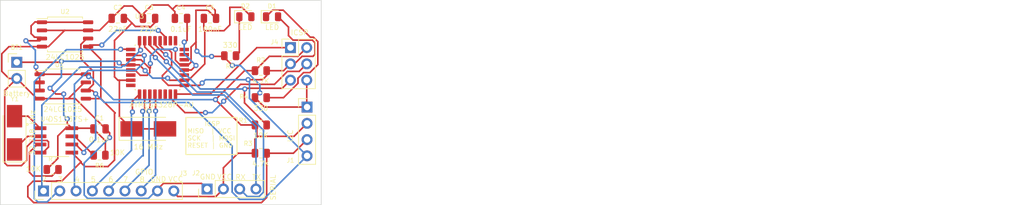
<source format=kicad_pcb>
(kicad_pcb (version 20221018) (generator pcbnew)
  (title_block (title "${project_name}") (date "2023-08-21") (rev "1") (comment 1 "2 Layer PCB Version"))
  (layers (0 "F.Cu" mixed) (31 "B.Cu" mixed) (34 "B.Paste" user) (35 "F.Paste" user) (36 "B.SilkS" user "B.Silkscreen") (37 "F.SilkS" user "F.Silkscreen") (38 "B.Mask" user) (39 "F.Mask" user) (44 "Edge.Cuts" user))
  (property "project_name" "MCU Datalogger with memory and clock")
  (net 0 "")
  (net 1 "/VCC")
  (net 2 "GND")
  (net 3 "Net-(U3-PB6)")
  (net 4 "Net-(U3-AREF)")
  (net 5 "Net-(D1-K)")
  (net 6 "/SCK")
  (net 7 "Net-(D2-K)")
  (net 8 "/Vcc")
  (net 9 "/SDA")
  (net 10 "/RX")
  (net 11 "/TX")
  (net 12 "/D2")
  (net 13 "/D3")
  (net 14 "/D4")
  (net 15 "/D5")
  (net 16 "/D6")
  (net 17 "/D7")
  (net 18 "/D8")
  (net 19 "/MISO")
  (net 20 "/MOSI")
  (net 21 "/RESET")
  (net 22 "Net-(U4-SQW{slash}~INT)")
  (net 23 "Net-(U4-~{INTA})")
  (net 34 "Net-(U4-X1)")
  (net 35 "Net-(U4-X2)")
  (footprint "Resistor_SMD:R_0805_2012Metric" (layer "F.Cu") (at 80.3675 67.564)
    (fp_text reference "R2")
    (fp_text value "4.7K")
  )
  (footprint "Capacitor_SMD:C_0805_2012Metric" (layer "F.Cu") (at 67.9196 59.3852)
    (fp_text reference "C4")
    (fp_text value "0.1uF")
  )
  (footprint "Capacitor_SMD:C_0805_2012Metric" (layer "F.Cu") (at 62.9412 59.3852)
    (fp_text reference "C3")
    (fp_text value "22pF")
  )
  (footprint "MountingHole:MountingHole_2.1mm" (layer "F.Cu") (at 42.2148 59.0296)
    (fp_text reference "H3" hide)
    (fp_text value "MountingHole" hide)
  )
  (footprint "MountingHole:MountingHole_2.1mm" (layer "F.Cu") (at 87.3252 86.0044)
    (fp_text reference "H1" hide)
    (fp_text value "MountingHole" hide)
  )
  (footprint "Package_SO:SOIC-8_5.23x5.23mm_P1.27mm" (layer "F.Cu") (at 49.486 70.0278)
    (fp_text reference "U1")
    (fp_text value "24LC1025")
  )
  (footprint "Connector_PinHeader_2.54mm:PinHeader_1x09_P2.54mm_Vertical" (layer "F.Cu") (at 46.482 86.36 90)
    (fp_text reference "J3")
    (fp_text value "Conn_01x09_Pin" hide)
  )
  (footprint "Resistor_SMD:R_0805_2012Metric" (layer "F.Cu") (at 47.9063 83.0072)
    (fp_text reference "R7")
    (fp_text value "10K")
  )
  (footprint "Connector_PinHeader_2.54mm:PinHeader_1x02_P2.54mm_Vertical" (layer "F.Cu") (at 42.3164 66.2432)
    (fp_text reference "BT1")
    (fp_text value "Battery")
  )
  (footprint "Resistor_SMD:R_0805_2012Metric" (layer "F.Cu") (at 80.3675 71.7804)
    (fp_text reference "R4")
    (fp_text value "330")
  )
  (footprint "Crystal:Crystal_SMD_5032-2Pin_5.0x3.2mm_HandSoldering" (layer "F.Cu") (at 41.9608 77.276 90)
    (fp_text reference "Y1")
    (fp_text value "32.768 KHz")
  )
  (footprint "LED_SMD:LED_0805_2012Metric" (layer "F.Cu") (at 77.9549 59.1312)
    (fp_text reference "D2")
    (fp_text value "LED")
  )
  (footprint "MountingHole:MountingHole_2.1mm" (layer "F.Cu") (at 87.3252 59.1312)
    (fp_text reference "H2" hide)
    (fp_text value "MountingHole" hide)
  )
  (footprint "Resistor_SMD:R_0805_2012Metric" (layer "F.Cu") (at 55.2177 80.772 180)
    (fp_text reference "R6")
    (fp_text value "10K")
  )
  (footprint "Resistor_SMD:R_0805_2012Metric" (layer "F.Cu") (at 75.5885 65.2272 180)
    (fp_text reference "R5")
    (fp_text value "330")
  )
  (footprint "Capacitor_SMD:C_0805_2012Metric" (layer "F.Cu") (at 58.0644 59.3852)
    (fp_text reference "C2")
    (fp_text value "22pF")
  )
  (footprint "Resistor_SMD:R_0805_2012Metric" (layer "F.Cu") (at 80.3675 80.4672)
    (fp_text reference "R3")
    (fp_text value "4.7K")
  )
  (footprint "Capacitor_SMD:C_0805_2012Metric" (layer "F.Cu") (at 72.4408 59.3852)
    (fp_text reference "C5")
    (fp_text value "100nF")
  )
  (footprint "Datalogger Clock Footprints:QFP80P900X900X120-32N" (layer "F.Cu") (at 64.262 67.056)
    (fp_text reference "U3")
    (fp_text value "ATMEGA328P-AU")
  )
  (footprint "Package_SO:SOIC-8_5.23x5.23mm_P1.27mm" (layer "F.Cu") (at 49.8416 61.8998)
    (fp_text reference "U2")
    (fp_text value "24LC1025")
  )
  (footprint "Connector_PinHeader_2.54mm:PinHeader_2x03_P2.54mm_Vertical" (layer "F.Cu") (at 84.9884 63.9572)
    (fp_text reference "J4")
    (fp_text value "Conn_02x03_Odd_Even" hide)
  )
  (footprint "Capacitor_SMD:C_0805_2012Metric" (layer "F.Cu") (at 55.2177 76.6572)
    (fp_text reference "C1")
    (fp_text value "0.1uF")
  )
  (footprint "Datalogger Clock Footprints:SOIC127P600X175-8N" (layer "F.Cu") (at 48.4266 78.4606)
    (fp_text reference "U4")
    (fp_text value "DS1337S+")
  )
  (footprint "LED_SMD:LED_0805_2012Metric" (layer "F.Cu") (at 82.1205 59.1312)
    (fp_text reference "D1")
    (fp_text value "LED")
  )
  (footprint "MountingHole:MountingHole_2.1mm" (layer "F.Cu") (at 42.2148 86.0552)
    (fp_text reference "H4" hide)
    (fp_text value "MountingHole" hide)
  )
  (footprint "Connector_PinHeader_2.54mm:PinHeader_1x04_P2.54mm_Vertical" (layer "F.Cu") (at 71.9936 86.0552 90)
    (fp_text reference "J2")
    (fp_text value "Conn_01x04_Pin" hide)
  )
  (footprint "Crystal:Crystal_SMD_5032-2Pin_5.0x3.2mm_HandSoldering" (layer "F.Cu") (at 62.8304 76.6572)
    (fp_text reference "Y2")
    (fp_text value "16 MHz")
  )
  (footprint "Resistor_SMD:R_0805_2012Metric" (layer "F.Cu") (at 80.3675 76.0476)
    (fp_text reference "R1")
    (fp_text value "10K")
  )
  (footprint "Connector_PinHeader_2.54mm:PinHeader_1x04_P2.54mm_Vertical" (layer "F.Cu") (at 87.5792 73.2536)
    (fp_text reference "J1")
    (fp_text value "Conn_01x04_Pin" hide)
  )
  (gr_rect (start 68.6816 74.8792) (end 76.6572 80.6704) (stroke (width 0.15)) (fill none) (layer "F.SilkS"))
  (gr_rect (start 39.751 56.5658) (end 89.789 88.519) (stroke (width 0.1)) (fill none) (layer "Edge.Cuts"))
  (gr_text "TX" (at 78.9432 84.6836) (layer "F.SilkS") (effects (font (size 0.8 0.8) (thickness 0.1)) (justify left bottom)))
  (gr_text "GPIO" (at 60.706 83.8708) (layer "F.SilkS") (effects (font (size 0.8 0.8) (thickness 0.1)) (justify left bottom)))
  (gr_text "6" (at 56.5404 85.0392) (layer "F.SilkS") (effects (font (size 0.8 0.8) (thickness 0.1)) (justify left bottom)))
  (gr_text "GND" (at 70.8152 84.6328) (layer "F.SilkS") (effects (font (size 0.8 0.8) (thickness 0.1)) (justify left bottom)))
  (gr_text "     ICSP\nMISO  | VCC\nSCK   | MOSI\nRESET | GND" (at 68.8848 79.6544) (layer "F.SilkS") (effects (font (size 0.7 0.7) (thickness 0.1)) (justify left bottom)))
  (gr_text "ICSP" (at 84.9884 62.0776) (layer "F.SilkS") (effects (font (size 0.8 0.8) (thickness 0.1)) (justify left bottom)))
  (gr_text "5" (at 53.7972 85.0392) (layer "F.SilkS") (effects (font (size 0.8 0.8) (thickness 0.1)) (justify left bottom)))
  (gr_text "8" (at 61.4172 85.0392) (layer "F.SilkS") (effects (font (size 0.8 0.8) (thickness 0.1)) (justify left bottom)))
  (gr_text "GND" (at 63.0936 84.9884) (layer "F.SilkS") (effects (font (size 0.8 0.8) (thickness 0.1)) (justify left bottom)))
  (gr_text "7" (at 58.8264 85.0392) (layer "F.SilkS") (effects (font (size 0.8 0.8) (thickness 0.1)) (justify left bottom)))
  (gr_text "3" (at 48.6664 85.0392) (layer "F.SilkS") (effects (font (size 0.8 0.8) (thickness 0.1)) (justify left bottom)))
  (gr_text "RX" (at 76.3524 84.6836) (layer "F.SilkS") (effects (font (size 0.8 0.8) (thickness 0.1)) (justify left bottom)))
  (gr_text "SERIAL" (at 82.7532 87.884 90) (layer "F.SilkS") (effects (font (size 0.8 0.8) (thickness 0.1)) (justify left bottom)))
  (gr_text "4" (at 51.308 85.0392) (layer "F.SilkS") (effects (font (size 0.8 0.8) (thickness 0.1)) (justify left bottom)))
  (gr_text "2" (at 46.1264 85.0392) (layer "F.SilkS") (effects (font (size 0.8 0.8) (thickness 0.1)) (justify left bottom)))
  (gr_text "VCC" (at 65.8876 84.9884) (layer "F.SilkS") (effects (font (size 0.8 0.8) (thickness 0.1)) (justify left bottom)))
  (gr_text "VCC" (at 73.5076 84.6328) (layer "F.SilkS") (effects (font (size 0.8 0.8) (thickness 0.1)) (justify left bottom)))
  (gr_text "I2C" (at 85.4456 78.7908 90) (layer "F.SilkS") (effects (font (size 0.8 0.8) (thickness 0.1)) (justify left bottom)))
  (segment (start 48.3991 71.2083) (end 49.6316 71.2083) (width 0.25) (layer "F.Cu") (net 1))
  (segment (start 50.9016 76.5556) (end 54.1661 76.5556) (width 0.25) (layer "F.Cu") (net 1))
  (segment (start 68.432 69.056) (end 66.168998 69.056) (width 0.25) (layer "F.Cu") (net 1))
  (segment (start 71.628 66.507067) (end 69.079067 69.056) (width 0.25) (layer "F.Cu") (net 1))
  (segment (start 46.9938 83.0072) (end 48.7172 81.2838) (width 0.25) (layer "F.Cu") (net 1))
  (segment (start 78.8924 59.1312) (end 77.4192 57.658) (width 0.25) (layer "F.Cu") (net 1))
  (segment (start 74.6252 61.3156) (end 71.628 61.3156) (width 0.25) (layer "F.Cu") (net 1))
  (segment (start 48.7172 77.7748) (end 49.9364 76.5556) (width 0.25) (layer "F.Cu") (net 1))
  (segment (start 75.5396 57.658) (end 75.5396 60.4012) (width 0.25) (layer "F.Cu") (net 1))
  (segment (start 50.1904 75.0824) (end 50.1904 75.8444) (width 0.25) (layer "F.Cu") (net 1))
  (segment (start 62.3316 67.564) (end 61.4236 66.656) (width 0.25) (layer "F.Cu") (net 1))
  (segment (start 54.1661 76.5556) (end 54.2677 76.6572) (width 0.25) (layer "F.Cu") (net 1))
  (segment (start 49.1236 66.2432) (end 49.276 66.0908) (width 0.25) (layer "F.Cu") (net 1))
  (segment (start 49.9364 76.5556) (end 50.9016 76.5556) (width 0.25) (layer "F.Cu") (net 1))
  (segment (start 71.4756 61.1632) (end 71.4756 59.4004) (width 0.25) (layer "F.Cu") (net 1))
  (segment (start 61.4236 66.656) (end 60.092 66.656) (width 0.25) (layer "F.Cu") (net 1))
  (segment (start 71.4756 59.4004) (end 71.4908 59.3852) (width 0.25) (layer "F.Cu") (net 1))
  (segment (start 69.079067 69.056) (end 68.432 69.056) (width 0.25) (layer "F.Cu") (net 1))
  (segment (start 58.5921 66.656) (end 60.092 66.656) (width 0.25) (layer "F.Cu") (net 1))
  (segment (start 48.7172 81.2838) (end 48.7172 77.7748) (width 0.25) (layer "F.Cu") (net 1))
  (segment (start 42.3164 66.2432) (end 49.1236 66.2432) (width 0.25) (layer "F.Cu") (net 1))
  (segment (start 66.168998 69.056) (end 65.841099 68.728101) (width 0.25) (layer "F.Cu") (net 1))
  (segment (start 71.628 61.3156) (end 71.4756 61.1632) (width 0.25) (layer "F.Cu") (net 1))
  (segment (start 47.498 70.3072) (end 48.3991 71.2083) (width 0.25) (layer "F.Cu") (net 1))
  (segment (start 77.4192 57.658) (end 75.5396 57.658) (width 0.25) (layer "F.Cu") (net 1))
  (segment (start 75.5396 60.4012) (end 74.6252 61.3156) (width 0.25) (layer "F.Cu") (net 1))
  (segment (start 54.2677 76.6572) (end 56.1302 78.5197) (width 0.25) (layer "F.Cu") (net 1))
  (segment (start 58.2809 66.3448) (end 58.5921 66.656) (width 0.25) (layer "F.Cu") (net 1))
  (segment (start 50.1904 75.8444) (end 50.9016 76.5556) (width 0.25) (layer "F.Cu") (net 1))
  (segment (start 56.1302 78.5197) (end 56.1302 80.772) (width 0.25) (layer "F.Cu") (net 1))
  (segment (start 71.628 61.3156) (end 71.628 66.507067) (width 0.25) (layer "F.Cu") (net 1))
  (via (at 49.6316 71.2083) (size 0.8) (drill 0.4) (layers "F.Cu" "B.Cu") (net 1))
  (via (at 49.276 66.0908) (size 0.8) (drill 0.4) (layers "F.Cu" "B.Cu") (net 1))
  (via (at 62.3316 67.564) (size 0.8) (drill 0.4) (layers "F.Cu" "B.Cu") (net 1))
  (via (at 47.498 70.3072) (size 0.8) (drill 0.4) (layers "F.Cu" "B.Cu") (net 1))
  (via (at 58.2809 66.3448) (size 0.8) (drill 0.4) (layers "F.Cu" "B.Cu") (net 1))
  (via (at 50.1904 75.0824) (size 0.8) (drill 0.4) (layers "F.Cu" "B.Cu") (net 1))
  (via (at 65.841099 68.728101) (size 0.8) (drill 0.4) (layers "F.Cu" "B.Cu") (net 1))
  (segment (start 65.841099 68.728101) (end 63.495701 68.728101) (width 0.25) (layer "B.Cu") (net 1))
  (segment (start 63.495701 68.728101) (end 62.3316 67.564) (width 0.25) (layer "B.Cu") (net 1))
  (segment (start 50.1904 75.0824) (end 49.6316 74.5236) (width 0.25) (layer "B.Cu") (net 1))
  (segment (start 49.276 66.0908) (end 58.0269 66.0908) (width 0.25) (layer "B.Cu") (net 1))
  (segment (start 58.0269 66.0908) (end 58.2809 66.3448) (width 0.25) (layer "B.Cu") (net 1))
  (segment (start 49.6316 74.5236) (end 49.6316 71.2083) (width 0.25) (layer "B.Cu") (net 1))
  (segment (start 49.276 66.0908) (end 49.276 68.5292) (width 0.25) (layer "B.Cu") (net 1))
  (segment (start 49.276 68.5292) (end 47.498 70.3072) (width 0.25) (layer "B.Cu") (net 1))
  (segment (start 40.4358 70.6638) (end 42.3164 68.7832) (width 0.25) (layer "F.Cu") (net 2))
  (segment (start 72.6948 65.3288) (end 74.5744 65.3288) (width 0.25) (layer "F.Cu") (net 2))
  (segment (start 66.5988 57.9628) (end 66.9696 58.3336) (width 0.25) (layer "F.Cu") (net 2))
  (segment (start 67.056 65.927067) (end 67.056 64.2205) (width 0.25) (layer "F.Cu") (net 2))
  (segment (start 43.8476 79.484174) (end 43.8476 81.5892) (width 0.25) (layer "F.Cu") (net 2))
  (segment (start 72.1208 58.1152) (end 70.2564 58.1152) (width 0.25) (layer "F.Cu") (net 2))
  (segment (start 87.5792 73.2536) (end 80.9282 73.2536) (width 0.25) (layer "F.Cu") (net 2))
  (segment (start 80.222246 71.0317) (end 80.2037 71.0317) (width 0.25) (layer "F.Cu") (net 2))
  (segment (start 59.0448 57.4548) (end 60.3504 57.4548) (width 0.25) (layer "F.Cu") (net 2))
  (segment (start 47.244 63.8048) (end 46.2416 63.8048) (width 0.25) (layer "F.Cu") (net 2))
  (segment (start 60.092 67.456) (end 60.739067 67.456) (width 0.25) (layer "F.Cu") (net 2))
  (segment (start 63.1444 67.1344) (end 63.0566 67.2222) (width 0.25) (layer "F.Cu") (net 2))
  (segment (start 55.2348 61.2648) (end 53.4416 61.2648) (width 0.25) (layer "F.Cu") (net 2))
  (segment (start 41.0972 63.8048) (end 46.2416 63.8048) (width 0.25) (layer "F.Cu") (net 2))
  (segment (start 49.784 61.2648) (end 46.2416 61.2648) (width 0.25) (layer "F.Cu") (net 2))
  (segment (start 74.676 65.4812) (end 75.941701 66.746901) (width 0.25) (layer "F.Cu") (net 2))
  (segment (start 63.0566 67.864305) (end 63.0566 67.2222) (width 0.25) (layer "F.Cu") (net 2))
  (segment (start 39.9796 64.9224) (end 41.0972 63.8048) (width 0.25) (layer "F.Cu") (net 2))
  (segment (start 65.9384 57.3024) (end 66.5988 57.9628) (width 0.25) (layer "F.Cu") (net 2))
  (segment (start 47.2616 78.690174) (end 47.047026 78.4756) (width 0.25) (layer "F.Cu") (net 2))
  (segment (start 80.2037 71.0317) (end 79.455 71.7804) (width 0.25) (layer "F.Cu") (net 2))
  (segment (start 67.1576 57.404) (end 72.5424 57.404) (width 0.25) (layer "F.Cu") (net 2))
  (segment (start 42.3164 68.7832) (end 41.0972 68.7832) (width 0.25) (layer "F.Cu") (net 2))
  (segment (start 50.1396 71.9328) (end 50.344249 71.9328) (width 0.25) (layer "F.Cu") (net 2))
  (segment (start 43.0392 82.3976) (end 40.8432 82.3976) (width 0.25) (layer "F.Cu") (net 2))
  (segment (start 73.3908 59.3852) (end 72.1208 58.1152) (width 0.25) (layer "F.Cu") (net 2))
  (segment (start 69.492 63.868933) (end 69.492 66.243067) (width 0.25) (layer "F.Cu") (net 2))
  (segment (start 56.1677 76.6572) (end 51.4433 71.9328) (width 0.25) (layer "F.Cu") (net 2))
  (segment (start 51.4433 71.9328) (end 50.1396 71.9328) (width 0.25) (layer "F.Cu") (net 2))
  (segment (start 68.432 66.656) (end 67.784933 66.656) (width 0.25) (layer "F.Cu") (net 2))
  (segment (start 61.9912 59.0956) (end 61.9912 59.3852) (width 0.25) (layer "F.Cu") (net 2))
  (segment (start 47.047026 78.4756) (end 44.856174 78.4756) (width 0.25) (layer "F.Cu") (net 2))
  (segment (start 70.2564 63.104533) (end 69.492 63.868933) (width 0.25) (layer "F.Cu") (net 2))
  (segment (start 45.9516 80.3656) (end 46.397026 80.3656) (width 0.25) (layer "F.Cu") (net 2))
  (segment (start 71.1234 85.185) (end 71.9936 86.0552) (width 0.25) (layer "F.Cu") (net 2))
  (segment (start 60.3504 57.4548) (end 61.9912 59.0956) (width 0.25) (layer "F.Cu") (net 2))
  (segment (start 52.884249 69.3928) (end 53.086 69.3928) (width 0.25) (layer "F.Cu") (net 2))
  (segment (start 72.5424 57.404) (end 73.2536 58.1152) (width 0.25) (layer "F.Cu") (net 2))
  (segment (start 66.9696 58.3336) (end 66.9696 59.3852) (width 0.25) (layer "F.Cu") (net 2))
  (segment (start 69.492 66.243067) (end 69.079067 66.656) (width 0.25) (layer "F.Cu") (net 2))
  (segment (start 49.784 61.2648) (end 47.244 63.8048) (width 0.25) (layer "F.Cu") (net 2))
  (segment (start 74.676 65.2272) (end 74.676 65.4812) (width 0.25) (layer "F.Cu") (net 2))
  (segment (start 41.0972 68.7832) (end 39.9796 67.6656) (width 0.25) (layer "F.Cu") (net 2))
  (segment (start 57.1144 59.3852) (end 55.2348 61.2648) (width 0.25) (layer "F.Cu") (net 2))
  (segment (start 43.8476 81.5892) (end 43.0392 82.3976) (width 0.25) (layer "F.Cu") (net 2))
  (segment (start 39.9796 67.6656) (end 39.9796 64.9224) (width 0.25) (layer "F.Cu") (net 2))
  (segment (start 69.079067 66.656) (end 68.432 66.656) (width 0.25) (layer "F.Cu") (net 2))
  (segment (start 61.9912 59.3852) (end 61.9912 58.7096) (width 0.25) (layer "F.Cu") (net 2))
  (segment (start 50.344249 71.9328) (end 52.884249 69.3928) (width 0.25) (layer "F.Cu") (net 2))
  (segment (start 61.6904 65.856) (end 60.092 65.856) (width 0.25) (layer "F.Cu") (net 2))
  (segment (start 63.3984 57.3024) (end 65.9384 57.3024) (width 0.25) (layer "F.Cu") (net 2))
  (segment (start 56.7944 78.0288) (end 56.7944 77.2839) (width 0.25) (layer "F.Cu") (net 2))
  (segment (start 63.1444 66.4464) (end 63.1444 67.1344) (width 0.25) (layer "F.Cu") (net 2))
  (segment (start 44.856174 78.4756) (end 43.8476 79.484174) (width 0.25) (layer "F.Cu") (net 2))
  (segment (start 87.5284 69.0372) (end 87.5284 73.2028) (width 0.25) (layer "F.Cu") (net 2))
  (segment (start 67.784933 66.656) (end 67.056 65.927067) (width 0.25) (layer "F.Cu") (net 2))
  (segment (start 62.631905 68.289) (end 63.0566 67.864305) (width 0.25) (layer "F.Cu") (net 2))
  (segment (start 66.5988 57.9628) (end 67.1576 57.404) (width 0.25) (layer "F.Cu") (net 2))
  (segment (start 40.4358 81.9902) (end 40.4358 70.6638) (width 0.25) (layer "F.Cu") (net 2))
  (segment (start 73.2536 59.248) (end 73.3908 59.3852) (width 0.25) (layer "F.Cu") (net 2))
  (segment (start 61.9912 58.7096) (end 63.3984 57.3024) (width 0.25) (layer "F.Cu") (net 2))
  (segment (start 87.5284 73.2028) (end 87.5792 73.2536) (width 0.25) (layer "F.Cu") (net 2))
  (segment (start 70.2564 64.3636) (end 70.4088 64.516) (width 0.25) (layer "F.Cu") (net 2))
  (segment (start 60.739067 67.456) (end 61.572067 68.289) (width 0.25) (layer "F.Cu") (net 2))
  (segment (start 56.7944 77.2839) (end 56.1677 76.6572) (width 0.25) (layer "F.Cu") (net 2))
  (segment (start 74.5744 65.3288) (end 74.676 65.2272) (width 0.25) (layer "F.Cu") (net 2))
  (segment (start 40.8432 82.3976) (end 40.4358 81.9902) (width 0.25) (layer "F.Cu") (net 2))
  (segment (start 73.2536 58.1152) (end 73.2536 59.248) (width 0.25) (layer "F.Cu") (net 2))
  (segment (start 53.4416 61.2648) (end 49.784 61.2648) (width 0.25) (layer "F.Cu") (net 2))
  (segment (start 80.9282 73.2536) (end 79.455 71.7804) (width 0.25) (layer "F.Cu") (net 2))
  (segment (start 47.2616 79.501026) (end 47.2616 78.690174) (width 0.25) (layer "F.Cu") (net 2))
  (segment (start 57.1144 59.3852) (end 59.0448 57.4548) (width 0.25) (layer "F.Cu") (net 2))
  (segment (start 45.466 71.9328) (end 45.886 71.9328) (width 0.25) (layer "F.Cu") (net 2))
  (segment (start 61.572067 68.289) (end 62.631905 68.289) (width 0.25) (layer "F.Cu") (net 2))
  (segment (start 64.008 86.36) (end 65.183 85.185) (width 0.25) (layer "F.Cu") (net 2))
  (segment (start 65.183 85.185) (end 71.1234 85.185) (width 0.25) (layer "F.Cu") (net 2))
  (segment (start 70.2564 58.1152) (end 70.2564 63.104533) (width 0.25) (layer "F.Cu") (net 2))
  (segment (start 46.397026 80.3656) (end 47.2616 79.501026) (width 0.25) (layer "F.Cu") (net 2))
  (segment (start 45.886 71.9328) (end 50.1396 71.9328) (width 0.25) (layer "F.Cu") (net 2))
  (segment (start 42.3164 68.7832) (end 45.466 71.9328) (width 0.25) (layer "F.Cu") (net 2))
  (segment (start 63.0566 67.2222) (end 61.6904 65.856) (width 0.25) (layer "F.Cu") (net 2))
  (segment (start 70.2564 63.104533) (end 70.2564 64.3636) (width 0.25) (layer "F.Cu") (net 2))
  (via (at 70.4088 64.516) (size 0.8) (drill 0.4) (layers "F.Cu" "B.Cu") (net 2))
  (via (at 75.941701 66.746901) (size 0.8) (drill 0.4) (layers "F.Cu" "B.Cu") (net 2))
  (via (at 72.6948 65.3288) (size 0.8) (drill 0.4) (layers "F.Cu" "B.Cu") (net 2))
  (via (at 63.1444 66.4464) (size 0.8) (drill 0.4) (layers "F.Cu" "B.Cu") (net 2))
  (via (at 80.222246 71.0317) (size 0.8) (drill 0.4) (layers "F.Cu" "B.Cu") (net 2))
  (via (at 56.7944 78.0288) (size 0.8) (drill 0.4) (layers "F.Cu" "B.Cu") (net 2))
  (via (at 67.056 64.2205) (size 0.8) (drill 0.4) (layers "F.Cu" "B.Cu") (net 2))
  (segment (start 52.832 81.9912) (end 56.7944 78.0288) (width 0.25) (layer "B.Cu") (net 2))
  (segment (start 71.2216 65.3288) (end 72.6948 65.3288) (width 0.25) (layer "B.Cu") (net 2))
  (segment (start 64.008 86.36) (end 62.833 87.535) (width 0.25) (layer "B.Cu") (net 2))
  (segment (start 64.192595 64.2205) (end 63.1444 65.268695) (width 0.25) (layer "B.Cu") (net 2))
  (segment (start 70.4088 64.516) (end 71.2216 65.3288) (width 0.25) (layer "B.Cu") (net 2))
  (segment (start 53.361299 87.535) (end 52.832 87.005701) (width 0.25) (layer "B.Cu") (net 2))
  (segment (start 63.1444 65.268695) (end 63.1444 66.4464) (width 0.25) (layer "B.Cu") (net 2))
  (segment (start 62.833 87.535) (end 53.361299 87.535) (width 0.25) (layer "B.Cu") (net 2))
  (segment (start 75.941701 66.746901) (end 77.183506 66.746901) (width 0.25) (layer "B.Cu") (net 2))
  (segment (start 80.222246 69.785641) (end 80.222246 71.0317) (width 0.25) (layer "B.Cu") (net 2))
  (segment (start 52.832 87.005701) (end 52.832 81.9912) (width 0.25) (layer "B.Cu") (net 2))
  (segment (start 77.183506 66.746901) (end 80.222246 69.785641) (width 0.25) (layer "B.Cu") (net 2))
  (segment (start 67.056 64.2205) (end 64.192595 64.2205) (width 0.25) (layer "B.Cu") (net 2))
  (segment (start 57.5564 68.5292) (end 58.0832 69.056) (width 0.25) (layer "F.Cu") (net 3))
  (segment (start 62.9412 60.6552) (end 63.0936 60.8076) (width 0.25) (layer "F.Cu") (net 3))
  (segment (start 59.0144 59.3852) (end 59.5376 59.3852) (width 0.25) (layer "F.Cu") (net 3))
  (segment (start 60.2742 60.1218) (end 57.5564 62.8396) (width 0.25) (layer "F.Cu") (net 3))
  (segment (start 60.8076 60.6552) (end 62.9412 60.6552) (width 0.25) (layer "F.Cu") (net 3))
  (segment (start 60.2742 60.1218) (end 60.8076 60.6552) (width 0.25) (layer "F.Cu") (net 3))
  (segment (start 57.5564 62.8396) (end 57.5564 68.5292) (width 0.25) (layer "F.Cu") (net 3))
  (segment (start 58.3184 74.7452) (end 60.2304 76.6572) (width 0.25) (layer "F.Cu") (net 3))
  (segment (start 58.3184 69.056) (end 58.3184 74.7452) (width 0.25) (layer "F.Cu") (net 3))
  (segment (start 63.0936 60.8076) (end 63.8912 60.01) (width 0.25) (layer "F.Cu") (net 3))
  (segment (start 58.0832 69.056) (end 58.3184 69.056) (width 0.25) (layer "F.Cu") (net 3))
  (segment (start 60.2304 76.6572) (end 65.4304 76.6572) (width 0.25) (layer "F.Cu") (net 3))
  (segment (start 63.8912 60.01) (end 63.8912 59.3852) (width 0.25) (layer "F.Cu") (net 3))
  (segment (start 59.5376 59.3852) (end 60.2742 60.1218) (width 0.25) (layer "F.Cu") (net 3))
  (segment (start 58.3184 69.056) (end 60.092 69.056) (width 0.25) (layer "F.Cu") (net 3))
  (segment (start 68.58 63.0936) (end 68.4276 63.0936) (width 0.25) (layer "F.Cu") (net 4))
  (segment (start 68.8696 59.3852) (end 68.8696 62.804) (width 0.25) (layer "F.Cu") (net 4))
  (segment (start 70.2564 66.7512) (end 69.5516 67.456) (width 0.25) (layer "F.Cu") (net 4))
  (segment (start 68.8696 62.804) (end 68.58 63.0936) (width 0.25) (layer "F.Cu") (net 4))
  (segment (start 69.5516 67.456) (end 68.432 67.456) (width 0.25) (layer "F.Cu") (net 4))
  (via (at 68.4276 63.0936) (size 0.8) (drill 0.4) (layers "F.Cu" "B.Cu") (net 4))
  (via (at 70.2564 66.7512) (size 0.8) (drill 0.4) (layers "F.Cu" "B.Cu") (net 4))
  (segment (start 68.4276 63.0936) (end 68.4276 64.9224) (width 0.25) (layer "B.Cu") (net 4))
  (segment (start 68.4276 64.9224) (end 70.2564 66.7512) (width 0.25) (layer "B.Cu") (net 4))
  (segment (start 86.1634 68.7324) (end 86.1634 69.523901) (width 0.25) (layer "F.Cu") (net 5))
  (segment (start 86.1634 69.523901) (end 83.906901 71.7804) (width 0.25) (layer "F.Cu") (net 5))
  (segment (start 83.8618 58.1062) (end 88.0878 62.3322) (width 0.25) (layer "F.Cu") (net 5))
  (segment (start 87.0336 67.8622) (end 86.1634 68.7324) (width 0.25) (layer "F.Cu") (net 5))
  (segment (start 89.2556 63.016004) (end 89.2556 66.621701) (width 0.25) (layer "F.Cu") (net 5))
  (segment (start 88.571796 62.3322) (end 89.2556 63.016004) (width 0.25) (layer "F.Cu") (net 5))
  (segment (start 89.2556 66.621701) (end 88.015101 67.8622) (width 0.25) (layer "F.Cu") (net 5))
  (segment (start 88.0878 62.3322) (end 88.571796 62.3322) (width 0.25) (layer "F.Cu") (net 5))
  (segment (start 83.906901 71.7804) (end 81.28 71.7804) (width 0.25) (layer "F.Cu") (net 5))
  (segment (start 81.183 59.1312) (end 82.208 58.1062) (width 0.25) (layer "F.Cu") (net 5))
  (segment (start 82.208 58.1062) (end 83.8618 58.1062) (width 0.25) (layer "F.Cu") (net 5))
  (segment (start 88.015101 67.8622) (end 87.0336 67.8622) (width 0.25) (layer "F.Cu") (net 5))
  (segment (start 65.1764 69.088) (end 65.9444 69.856) (width 0.25) (layer "F.Cu") (net 6))
  (segment (start 84.9884 66.4972) (end 85.624796 66.4972) (width 0.25) (layer "F.Cu") (net 6))
  (segment (start 64.662 62.886) (end 64.662 63.661231) (width 0.25) (layer "F.Cu") (net 6))
  (segment (start 86.799796 65.3222) (end 88.5002 65.3222) (width 0.25) (layer "F.Cu") (net 6))
  (segment (start 53.4416 62.5348) (end 53.239849 62.5348) (width 0.25) (layer "F.Cu") (net 6))
  (segment (start 52.7812 80.3656) (end 51.5112 79.0956) (width 0.25) (layer "F.Cu") (net 6))
  (segment (start 71.2216 69.4944) (end 70.86 69.856) (width 0.25) (layer "F.Cu") (net 6))
  (segment (start 81.28 68.326) (end 80.6329 68.9731) (width 0.25) (layer "F.Cu") (net 6))
  (segment (start 52.3166 63.458049) (end 52.3166 65.7278) (width 0.25) (layer "F.Cu") (net 6))
  (segment (start 85.624796 66.4972) (end 86.799796 65.3222) (width 0.25) (layer "F.Cu") (net 6))
  (segment (start 54.2544 67.6656) (end 54.2544 69.696151) (width 0.25) (layer "F.Cu") (net 6))
  (segment (start 88.7984 65.024) (end 88.7984 63.1952) (width 0.25) (layer "F.Cu") (net 6))
  (segment (start 85.3882 62.7822) (end 84.6836 62.0776) (width 0.25) (layer "F.Cu") (net 6))
  (segment (start 84.6836 60.7568) (end 83.058 59.1312) (width 0.25) (layer "F.Cu") (net 6))
  (segment (start 65.024 68.326) (end 65.024 68.9356) (width 0.25) (layer "F.Cu") (net 6))
  (segment (start 51.5112 79.0956) (end 50.9016 79.0956) (width 0.25) (layer "F.Cu") (net 6))
  (segment (start 53.086 70.6628) (end 54.102 70.6628) (width 0.25) (layer "F.Cu") (net 6))
  (segment (start 83.9216 67.564) (end 81.28 67.564) (width 0.25) (layer "F.Cu") (net 6))
  (segment (start 66.035505 64.308305) (end 66.4602 64.733) (width 0.25) (layer "F.Cu") (net 6))
  (segment (start 81.28 67.564) (end 81.28 68.326) (width 0.25) (layer "F.Cu") (net 6))
  (segment (start 65.9444 69.856) (end 68.432 69.856) (width 0.25) (layer "F.Cu") (net 6))
  (segment (start 64.662 63.661231) (end 65.309073 64.308305) (width 0.25) (layer "F.Cu") (net 6))
  (segment (start 84.6836 62.0776) (end 84.6836 60.7568) (width 0.25) (layer "F.Cu") (net 6))
  (segment (start 65.309073 64.308305) (end 66.035505 64.308305) (width 0.25) (layer "F.Cu") (net 6))
  (segment (start 80.6329 68.9731) (end 78.3844 68.9731) (width 0.25) (layer "F.Cu") (net 6))
  (segment (start 53.239849 62.5348) (end 52.3166 63.458049) (width 0.25) (layer "F.Cu") (net 6))
  (segment (start 52.3166 65.7278) (end 54.2544 67.6656) (width 0.25) (layer "F.Cu") (net 6))
  (segment (start 65.024 68.9356) (end 65.1764 69.088) (width 0.25) (layer "F.Cu") (net 6))
  (segment (start 88.5002 65.3222) (end 88.7984 65.024) (width 0.25) (layer "F.Cu") (net 6))
  (segment (start 84.9884 66.4972) (end 83.9216 67.564) (width 0.25) (layer "F.Cu") (net 6))
  (segment (start 70.86 69.856) (end 68.432 69.856) (width 0.25) (layer "F.Cu") (net 6))
  (segment (start 88.7984 63.1952) (end 88.3854 62.7822) (width 0.25) (layer "F.Cu") (net 6))
  (segment (start 54.102 70.6628) (end 54.61 71.1708) (width 0.25) (layer "F.Cu") (net 6))
  (segment (start 54.2544 69.696151) (end 53.287751 70.6628) (width 0.25) (layer "F.Cu") (net 6))
  (segment (start 66.4602 64.733) (end 66.4602 66.8898) (width 0.25) (layer "F.Cu") (net 6))
  (segment (start 53.287751 70.6628) (end 53.086 70.6628) (width 0.25) (layer "F.Cu") (net 6))
  (segment (start 66.4602 66.8898) (end 65.024 68.326) (width 0.25) (layer "F.Cu") (net 6))
  (segment (start 88.3854 62.7822) (end 85.3882 62.7822) (width 0.25) (layer "F.Cu") (net 6))
  (via (at 52.7812 80.3656) (size 0.8) (drill 0.4) (layers "F.Cu" "B.Cu") (net 6))
  (via (at 54.61 71.1708) (size 0.8) (drill 0.4) (layers "F.Cu" "B.Cu") (net 6))
  (via (at 78.3844 68.9731) (size 0.8) (drill 0.4) (layers "F.Cu" "B.Cu") (net 6))
  (via (at 71.2216 69.4944) (size 0.8) (drill 0.4) (layers "F.Cu" "B.Cu") (net 6))
  (segment (start 54.61 78.3336) (end 54.5084 78.4352) (width 0.25) (layer "B.Cu") (net 6))
  (segment (start 78.6014 69.1901) (end 78.6014 71.8958) (width 0.25) (layer "B.Cu") (net 6))
  (segment (start 75.8986 86.541901) (end 77.036899 87.6802) (width 0.25) (layer "B.Cu") (net 6))
  (segment (start 77.036899 87.6802) (end 80.7726 87.6802) (width 0.25) (layer "B.Cu") (net 6))
  (segment (start 54.5084 78.4352) (end 52.7812 80.1624) (width 0.25) (layer "B.Cu") (net 6))
  (segment (start 78.3844 68.9731) (end 71.7429 68.9731) (width 0.25) (layer "B.Cu") (net 6))
  (segment (start 54.61 71.1708) (end 54.61 78.3336) (width 0.25) (layer "B.Cu") (net 6))
  (segment (start 78.6014 71.8958) (end 87.5792 80.8736) (width 0.25) (layer "B.Cu") (net 6))
  (segment (start 69.122295 72.5352) (end 75.8986 79.311505) (width 0.25) (layer "B.Cu") (net 6))
  (segment (start 52.7812 80.1624) (end 52.7812 80.3656) (width 0.25) (layer "B.Cu") (net 6))
  (segment (start 71.7429 68.9731) (end 71.2216 69.4944) (width 0.25) (layer "B.Cu") (net 6))
  (segment (start 78.3844 68.9731) (end 78.6014 69.1901) (width 0.25) (layer "B.Cu") (net 6))
  (segment (start 55.9744 72.5352) (end 69.122295 72.5352) (width 0.25) (layer "B.Cu") (net 6))
  (segment (start 75.8986 79.311505) (end 75.8986 86.541901) (width 0.25) (layer "B.Cu") (net 6))
  (segment (start 54.61 71.1708) (end 55.9744 72.5352) (width 0.25) (layer "B.Cu") (net 6))
  (segment (start 80.7726 87.6802) (end 87.5792 80.8736) (width 0.25) (layer "B.Cu") (net 6))
  (segment (start 77.0174 64.7108) (end 76.501 65.2272) (width 0.25) (layer "F.Cu") (net 7))
  (segment (start 77.0174 59.1312) (end 77.0174 64.7108) (width 0.25) (layer "F.Cu") (net 7))
  (segment (start 76.8096 80.4672) (end 79.455 80.4672) (width 0.25) (layer "F.Cu") (net 8))
  (segment (start 73.3586 87.2302) (end 74.5336 86.0552) (width 0.25) (layer "F.Cu") (net 8))
  (segment (start 45.0596 62.2808) (end 45.0596 62.3316) (width 0.25) (layer "F.Cu") (net 8))
  (segment (start 53.4565 68.4933) (end 53.086 68.1228) (width 0.25) (layer "F.Cu") (net 8))
  (segment (start 45.886 69.3928) (end 45.886 68.1228) (width 0.25) (layer "F.Cu") (net 8))
  (segment (start 79.756 76.3486) (end 79.455 76.0476) (width 0.25) (layer "F.Cu") (net 8))
  (segment (start 81.6968 65.3222) (end 79.455 67.564) (width 0.25) (layer "F.Cu") (net 8))
  (segment (start 70.812 87.2236) (end 70.8186 87.2302) (width 0.25) (layer "F.Cu") (net 8))
  (segment (start 45.1612 59.944) (end 44.5516 60.5536) (width 0.25) (layer "F.Cu") (net 8))
  (segment (start 70.8186 87.2302) (end 73.3586 87.2302) (width 0.25) (layer "F.Cu") (net 8))
  (segment (start 45.3136 66.9677) (end 45.3136 67.5504) (width 0.25) (layer "F.Cu") (net 8))
  (segment (start 46.2416 62.5348) (end 45.886 62.8904) (width 0.25) (layer "F.Cu") (net 8))
  (segment (start 77.2668 76.0476) (end 79.455 76.0476) (width 0.25) (layer "F.Cu") (net 8))
  (segment (start 79.455 80.4672) (end 79.455 78.279) (width 0.25) (layer "F.Cu") (net 8))
  (segment (start 85.5472 77.8256) (end 79.9084 77.8256) (width 0.25) (layer "F.Cu") (net 8))
  (segment (start 44.5516 60.5536) (end 44.5516 61.7728) (width 0.25) (layer "F.Cu") (net 8))
  (segment (start 74.5336 82.7432) (end 76.8096 80.4672) (width 0.25) (layer "F.Cu") (net 8))
  (segment (start 67.4116 87.2236) (end 70.812 87.2236) (width 0.25) (layer "F.Cu") (net 8))
  (segment (start 53.086 68.1228) (end 45.886 68.1228) (width 0.25) (layer "F.Cu") (net 8))
  (segment (start 45.0596 62.3316) (end 46.0384 62.3316) (width 0.25) (layer "F.Cu") (net 8))
  (segment (start 53.4416 59.9948) (end 46.2416 59.9948) (width 0.25) (layer "F.Cu") (net 8))
  (segment (start 79.455 78.279) (end 79.9084 77.8256) (width 0.25) (layer "F.Cu") (net 8))
  (segment (start 45.886 70.6628) (end 45.886 69.3928) (width 0.25) (layer "F.Cu") (net 8))
  (segment (start 79.455 67.564) (end 77.8256 67.564) (width 0.25) (layer "F.Cu") (net 8))
  (segment (start 44.5516 61.7728) (end 45.0596 62.2808) (width 0.25) (layer "F.Cu") (net 8))
  (segment (start 74.5336 86.0552) (end 74.5336 82.7432) (width 0.25) (layer "F.Cu") (net 8))
  (segment (start 79.756 77.8256) (end 79.756 76.3486) (width 0.25) (layer "F.Cu") (net 8))
  (segment (start 87.5284 63.9572) (end 86.1634 65.3222) (width 0.25) (layer "F.Cu") (net 8))
  (segment (start 87.5792 75.7936) (end 85.5472 77.8256) (width 0.25) (layer "F.Cu") (net 8))
  (segment (start 53.5299 68.4933) (end 53.4565 68.4933) (width 0.25) (layer "F.Cu") (net 8))
  (segment (start 46.0384 62.3316) (end 46.2416 62.5348) (width 0.25) (layer "F.Cu") (net 8))
  (segment (start 79.9084 77.8256) (end 79.756 77.8256) (width 0.25) (layer "F.Cu") (net 8))
  (segment (start 46.2416 59.9948) (end 45.5168 59.9948) (width 0.25) (layer "F.Cu") (net 8))
  (segment (start 66.548 86.36) (end 67.4116 87.2236) (width 0.25) (layer "F.Cu") (net 8))
  (segment (start 77.8256 67.564) (end 73.3044 72.0852) (width 0.25) (layer "F.Cu") (net 8))
  (segment (start 73.3044 72.0852) (end 77.2668 76.0476) (width 0.25) (layer "F.Cu") (net 8))
  (segment (start 45.989049 59.944) (end 45.1612 59.944) (width 0.25) (layer "F.Cu") (net 8))
  (segment (start 86.1634 65.3222) (end 81.6968 65.3222) (width 0.25) (layer "F.Cu") (net 8))
  (segment (start 45.886 62.8904) (end 43.7388 62.8904) (width 0.25) (layer "F.Cu") (net 8))
  (segment (start 45.3136 67.5504) (end 45.886 68.1228) (width 0.25) (layer "F.Cu") (net 8))
  (via (at 45.3136 66.9677) (size 0.8) (drill 0.4) (layers "F.Cu" "B.Cu") (net 8))
  (via (at 53.5299 68.4933) (size 0.8) (drill 0.4) (layers "F.Cu" "B.Cu") (net 8))
  (via (at 43.7388 62.8904) (size 0.8) (drill 0.4) (layers "F.Cu" "B.Cu") (net 8))
  (via (at 73.3044 72.0852) (size 0.8) (drill 0.4) (layers "F.Cu" "B.Cu") (net 8))
  (segment (start 43.7388 62.8904) (end 45.212 64.3636) (width 0.25) (layer "B.Cu") (net 8))
  (segment (start 57.404 72.0852) (end 53.8121 68.4933) (width 0.25) (layer "B.Cu") (net 8))
  (segment (start 45.212 64.3636) (end 45.212 66.8661) (width 0.25) (layer "B.Cu") (net 8))
  (segment (start 45.212 66.8661) (end 45.3136 66.9677) (width 0.25) (layer "B.Cu") (net 8))
  (segment (start 53.8121 68.4933) (end 53.5299 68.4933) (width 0.25) (layer "B.Cu") (net 8))
  (segment (start 73.3044 72.0852) (end 57.404 72.0852) (width 0.25) (layer "B.Cu") (net 8))
  (segment (start 57.5564 81.534) (end 57.5564 74.2696) (width 0.25) (layer "F.Cu") (net 9))
  (segment (start 56.5404 82.55) (end 57.5564 81.534) (width 0.25) (layer "F.Cu") (net 9))
  (segment (start 87.5792 78.3336) (end 85.4456 80.4672) (width 0.25) (layer "F.Cu") (net 9))
  (segment (start 44.0436 87.2744) (end 44.0436 85.6488) (width 0.25) (layer "F.Cu") (net 9))
  (segment (start 52.9336 82.55) (end 56.5404 82.55) (width 0.25) (layer "F.Cu") (net 9))
  (segment (start 52.3494 81.8134) (end 52.3494 81.9658) (width 0.25) (layer "F.Cu") (net 9))
  (segment (start 80.4692 88.1888) (end 44.958 88.1888) (width 0.25) (layer "F.Cu") (net 9))
  (segment (start 57.658 74.168) (end 55.4228 71.9328) (width 0.25) (layer "F.Cu") (net 9))
  (segment (start 48.4632 84.836) (end 48.514 84.7852) (width 0.25) (layer "F.Cu") (net 9))
  (segment (start 44.958 88.1888) (end 44.0436 87.2744) (width 0.25) (layer "F.Cu") (net 9))
  (segment (start 85.4456 80.4672) (end 81.28 80.4672) (width 0.25) (layer "F.Cu") (net 9))
  (segment (start 65.462 62.886) (end 65.462 62.274373) (width 0.25) (layer "F.Cu") (net 9))
  (segment (start 48.514 84.7852) (end 49.3776 84.7852) (width 0.25) (layer "F.Cu") (net 9))
  (segment (start 52.3494 81.9658) (end 52.9336 82.55) (width 0.25) (layer "F.Cu") (net 9))
  (segment (start 50.9016 80.3656) (end 52.3494 81.8134) (width 0.25) (layer "F.Cu") (net 9))
  (segment (start 55.4228 71.9328) (end 53.086 71.9328) (width 0.25) (layer "F.Cu") (net 9))
  (segment (start 55.5752 63.5508) (end 53.6956 63.5508) (width 0.25) (layer "F.Cu") (net 9))
  (segment (start 44.8564 84.836) (end 48.4632 84.836) (width 0.25) (layer "F.Cu") (net 9))
  (segment (start 44.0436 85.6488) (end 44.8564 84.836) (width 0.25) (layer "F.Cu") (net 9))
  (segment (start 81.28 87.378) (end 80.4692 88.1888) (width 0.25) (layer "F.Cu") (net 9))
  (segment (start 64.452427 61.2648) (end 64.3636 61.2648) (width 0.25) (layer "F.Cu") (net 9))
  (segment (start 49.3776 84.7852) (end 52.3494 81.8134) (width 0.25) (layer "F.Cu") (net 9))
  (segment (start 53.4416 63.8048) (end 55.4228 65.786) (width 0.25) (layer "F.Cu") (net 9))
  (segment (start 81.28 80.4672) (end 81.28 87.378) (width 0.25) (layer "F.Cu") (net 9))
  (segment (start 65.462 62.274373) (end 64.452427 61.2648) (width 0.25) (layer "F.Cu") (net 9))
  (segment (start 53.6956 63.5508) (end 53.4416 63.8048) (width 0.25) (layer "F.Cu") (net 9))
  (segment (start 55.4228 65.786) (end 55.4228 71.9328) (width 0.25) (layer "F.Cu") (net 9))
  (segment (start 57.5564 74.2696) (end 57.658 74.168) (width 0.25) (layer "F.Cu") (net 9))
  (via (at 55.5752 63.5508) (size 0.8) (drill 0.4) (layers "F.Cu" "B.Cu") (net 9))
  (via (at 64.3636 61.2648) (size 0.8) (drill 0.4) (layers "F.Cu" "B.Cu") (net 9))
  (segment (start 64.3636 61.2648) (end 57.8612 61.2648) (width 0.25) (layer "B.Cu") (net 9))
  (segment (start 57.8612 61.2648) (end 55.5752 63.5508) (width 0.25) (layer "B.Cu") (net 9))
  (segment (start 65.6336 66.1416) (end 63.062 63.57) (width 0.25) (layer "F.Cu") (net 10))
  (segment (start 63.062 63.57) (end 63.062 62.886) (width 0.25) (layer "F.Cu") (net 10))
  (via (at 65.6336 66.1416) (size 0.8) (drill 0.4) (layers "F.Cu" "B.Cu") (net 10))
  (segment (start 70.4022 70.9102) (end 65.6336 66.1416) (width 0.25) (layer "B.Cu") (net 10))
  (segment (start 78.2486 87.2302) (end 80.100301 87.2302) (width 0.25) (layer "B.Cu") (net 10))
  (segment (start 74.815699 70.9102) (end 70.4022 70.9102) (width 0.25) (layer "B.Cu") (net 10))
  (segment (start 80.7886 76.883101) (end 74.815699 70.9102) (width 0.25) (layer "B.Cu") (net 10))
  (segment (start 80.7886 86.541901) (end 80.7886 76.883101) (width 0.25) (layer "B.Cu") (net 10))
  (segment (start 80.100301 87.2302) (end 80.7886 86.541901) (width 0.25) (layer "B.Cu") (net 10))
  (segment (start 77.0736 86.0552) (end 78.2486 87.2302) (width 0.25) (layer "B.Cu") (net 10))
  (segment (start 62.262 63.855756) (end 62.262 62.886) (width 0.25) (layer "F.Cu") (net 11))
  (segment (start 63.922322 65.516078) (end 62.262 63.855756) (width 0.25) (layer "F.Cu") (net 11))
  (via (at 63.922322 65.516078) (size 0.8) (drill 0.4) (layers "F.Cu" "B.Cu") (net 11))
  (segment (start 63.922322 65.516078) (end 69.766444 71.3602) (width 0.25) (layer "B.Cu") (net 11))
  (segment (start 69.766444 71.3602) (end 74.629303 71.3602) (width 0.25) (layer "B.Cu") (net 11))
  (segment (start 74.629303 71.3602) (end 79.6136 76.344497) (width 0.25) (layer "B.Cu") (net 11))
  (segment (start 79.6136 76.344497) (end 79.6136 86.0552) (width 0.25) (layer "B.Cu") (net 11))
  (segment (start 61.615261 64.356222) (end 61.462 64.202961) (width 0.25) (layer "F.Cu") (net 12))
  (segment (start 61.462 64.202961) (end 61.462 62.886) (width 0.25) (layer "F.Cu") (net 12))
  (via (at 61.615261 64.356222) (size 0.8) (drill 0.4) (layers "F.Cu" "B.Cu") (net 12))
  (segment (start 61.615261 64.356222) (end 59.169483 66.802) (width 0.25) (layer "B.Cu") (net 12))
  (segment (start 46.228 72.9488) (end 46.228 86.36) (width 0.25) (layer "B.Cu") (net 12))
  (segment (start 57.915995 67.0052) (end 52.1716 67.0052) (width 0.25) (layer "B.Cu") (net 12))
  (segment (start 58.849005 66.802) (end 58.581205 67.0698) (width 0.25) (layer "B.Cu") (net 12))
  (segment (start 58.581205 67.0698) (end 57.980595 67.0698) (width 0.25) (layer "B.Cu") (net 12))
  (segment (start 57.980595 67.0698) (end 57.915995 67.0052) (width 0.25) (layer "B.Cu") (net 12))
  (segment (start 59.169483 66.802) (end 58.849005 66.802) (width 0.25) (layer "B.Cu") (net 12))
  (segment (start 52.1716 67.0052) (end 46.228 72.9488) (width 0.25) (layer "B.Cu") (net 12))
  (segment (start 58.5216 64.2112) (end 60.0472 64.2112) (width 0.25) (layer "F.Cu") (net 13))
  (segment (start 60.0472 64.2112) (end 60.092 64.256) (width 0.25) (layer "F.Cu") (net 13))
  (via (at 58.5216 64.2112) (size 0.8) (drill 0.4) (layers "F.Cu" "B.Cu") (net 13))
  (segment (start 58.457 64.2758) (end 58.5216 64.2112) (width 0.25) (layer "B.Cu") (net 13))
  (segment (start 45.053 87.535) (end 45.053 69.288495) (width 0.25) (layer "B.Cu") (net 13))
  (segment (start 47.0408 88.0872) (end 45.6052 88.0872) (width 0.25) (layer "B.Cu") (net 13))
  (segment (start 45.053 69.288495) (end 50.065695 64.2758) (width 0.25) (layer "B.Cu") (net 13))
  (segment (start 48.768 86.36) (end 47.0408 88.0872) (width 0.25) (layer "B.Cu") (net 13))
  (segment (start 45.6052 88.0872) (end 45.053 87.535) (width 0.25) (layer "B.Cu") (net 13))
  (segment (start 50.065695 64.2758) (end 58.457 64.2758) (width 0.25) (layer "B.Cu") (net 13))
  (segment (start 62.1865 65.1764) (end 60.2124 65.1764) (width 0.25) (layer "F.Cu") (net 14))
  (segment (start 60.2124 65.1764) (end 60.092 65.056) (width 0.25) (layer "F.Cu") (net 14))
  (via (at 62.1865 65.1764) (size 0.8) (drill 0.4) (layers "F.Cu" "B.Cu") (net 14))
  (segment (start 51.308 86.36) (end 51.308 69.689895) (width 0.25) (layer "B.Cu") (net 14))
  (segment (start 60.9026 67.5198) (end 62.1865 66.2359) (width 0.25) (layer "B.Cu") (net 14))
  (segment (start 62.1865 66.2359) (end 62.1865 65.1764) (width 0.25) (layer "B.Cu") (net 14))
  (segment (start 51.308 69.689895) (end 53.478095 67.5198) (width 0.25) (layer "B.Cu") (net 14))
  (segment (start 53.478095 67.5198) (end 60.9026 67.5198) (width 0.25) (layer "B.Cu") (net 14))
  (segment (start 60.3504 72.3376) (end 61.462 71.226) (width 0.25) (layer "F.Cu") (net 15))
  (segment (start 60.3504 74.0156) (end 60.3504 72.3376) (width 0.25) (layer "F.Cu") (net 15))
  (via (at 60.3504 74.0156) (size 0.8) (drill 0.4) (layers "F.Cu" "B.Cu") (net 15))
  (segment (start 60.198 74.168) (end 60.3504 74.0156) (width 0.25) (layer "B.Cu") (net 15))
  (segment (start 53.848 86.36) (end 60.198 80.01) (width 0.25) (layer "B.Cu") (net 15))
  (segment (start 60.198 79.8576) (end 60.198 74.168) (width 0.25) (layer "B.Cu") (net 15))
  (segment (start 60.198 80.01) (end 60.198 79.8576) (width 0.25) (layer "B.Cu") (net 15))
  (segment (start 62.262 73.596812) (end 62.262 71.226) (width 0.25) (layer "F.Cu") (net 16))
  (segment (start 61.943079 73.915733) (end 62.262 73.596812) (width 0.25) (layer "F.Cu") (net 16))
  (via (at 61.943079 73.915733) (size 0.8) (drill 0.4) (layers "F.Cu" "B.Cu") (net 16))
  (segment (start 56.388 86.36) (end 61.8744 80.8736) (width 0.25) (layer "B.Cu") (net 16))
  (segment (start 61.8744 80.8736) (end 62.0268 80.8736) (width 0.25) (layer "B.Cu") (net 16))
  (segment (start 62.0268 80.8736) (end 62.0268 73.999454) (width 0.25) (layer "B.Cu") (net 16))
  (segment (start 62.0268 73.999454) (end 61.943079 73.915733) (width 0.25) (layer "B.Cu") (net 16))
  (segment (start 62.9412 73.8632) (end 63.062 73.7424) (width 0.25) (layer "F.Cu") (net 17))
  (segment (start 63.062 73.7424) (end 63.062 71.226) (width 0.25) (layer "F.Cu") (net 17))
  (via (at 62.9412 73.8632) (size 0.8) (drill 0.4) (layers "F.Cu" "B.Cu") (net 17))
  (segment (start 62.9412 82.3468) (end 62.9412 73.8632) (width 0.25) (layer "B.Cu") (net 17))
  (segment (start 58.928 86.36) (end 62.9412 82.3468) (width 0.25) (layer "B.Cu") (net 17))
  (segment (start 63.9572 73.8632) (end 63.9572 71.3212) (width 0.25) (layer "F.Cu") (net 18))
  (segment (start 63.9572 71.3212) (end 63.862 71.226) (width 0.25) (layer "F.Cu") (net 18))
  (via (at 63.9572 73.8632) (size 0.8) (drill 0.4) (layers "F.Cu" "B.Cu") (net 18))
  (segment (start 63.9572 83.8708) (end 63.9572 73.8632) (width 0.25) (layer "B.Cu") (net 18))
  (segment (start 61.468 86.36) (end 63.9572 83.8708) (width 0.25) (layer "B.Cu") (net 18))
  (segment (start 72.4872 71.226) (end 67.062 71.226) (width 0.25) (layer "F.Cu") (net 19))
  (segment (start 79.756 63.9572) (end 72.4872 71.226) (width 0.25) (layer "F.Cu") (net 19))
  (segment (start 84.9884 63.9572) (end 79.756 63.9572) (width 0.25) (layer "F.Cu") (net 19))
  (segment (start 66.262 71.837627) (end 66.262 71.226) (width 0.25) (layer "F.Cu") (net 20))
  (segment (start 84.5246 67.6722) (end 82.4992 69.6976) (width 0.25) (layer "F.Cu") (net 20))
  (segment (start 77.216 69.6976) (end 74.578699 72.334901) (width 0.25) (layer "F.Cu") (net 20))
  (segment (start 71.7296 74.1172) (end 68.541573 74.1172) (width 0.25) (layer "F.Cu") (net 20))
  (segment (start 87.5284 66.4972) (end 86.3534 67.6722) (width 0.25) (layer "F.Cu") (net 20))
  (segment (start 68.541573 74.1172) (end 66.262 71.837627) (width 0.25) (layer "F.Cu") (net 20))
  (segment (start 86.3534 67.6722) (end 84.5246 67.6722) (width 0.25) (layer "F.Cu") (net 20))
  (segment (start 82.4992 69.6976) (end 77.216 69.6976) (width 0.25) (layer "F.Cu") (net 20))
  (via (at 74.578699 72.334901) (size 0.8) (drill 0.4) (layers "F.Cu" "B.Cu") (net 20))
  (via (at 71.7296 74.1172) (size 0.8) (drill 0.4) (layers "F.Cu" "B.Cu") (net 20))
  (segment (start 72.7964 74.1172) (end 71.7296 74.1172) (width 0.25) (layer "B.Cu") (net 20))
  (segment (start 74.578699 72.334901) (end 72.7964 74.1172) (width 0.25) (layer "B.Cu") (net 20))
  (segment (start 77.8256 72.5932) (end 77.8256 70.358) (width 0.25) (layer "F.Cu") (net 21))
  (segment (start 65.549903 65.033305) (end 65.549403 65.032805) (width 0.25) (layer "F.Cu") (net 21))
  (segment (start 65.397678 65.033305) (end 65.549903 65.033305) (width 0.25) (layer "F.Cu") (net 21))
  (segment (start 63.862 62.886) (end 63.862 63.497627) (width 0.25) (layer "F.Cu") (net 21))
  (segment (start 84.9884 69.0372) (end 83.7184 70.3072) (width 0.25) (layer "F.Cu") (net 21))
  (segment (start 63.862 63.497627) (end 65.397678 65.033305) (width 0.25) (layer "F.Cu") (net 21))
  (segment (start 81.28 76.0476) (end 77.8256 72.5932) (width 0.25) (layer "F.Cu") (net 21))
  (segment (start 77.8764 70.3072) (end 77.8764 70.4221) (width 0.25) (layer "F.Cu") (net 21))
  (segment (start 77.8764 70.3072) (end 77.8256 70.358) (width 0.25) (layer "F.Cu") (net 21))
  (segment (start 83.7184 70.3072) (end 77.8764 70.3072) (width 0.25) (layer "F.Cu") (net 21))
  (via (at 77.8764 70.4221) (size 0.8) (drill 0.4) (layers "F.Cu" "B.Cu") (net 21))
  (via (at 65.549403 65.032805) (size 0.8) (drill 0.4) (layers "F.Cu" "B.Cu") (net 21))
  (segment (start 65.549403 65.032805) (end 70.938698 70.4221) (width 0.25) (layer "B.Cu") (net 21))
  (segment (start 70.938698 70.4221) (end 77.8764 70.4221) (width 0.25) (layer "B.Cu") (net 21))
  (segment (start 50.9016 77.8256) (end 51.3588 77.8256) (width 0.25) (layer "F.Cu") (net 22))
  (segment (start 51.3588 77.8256) (end 54.3052 80.772) (width 0.25) (layer "F.Cu") (net 22))
  (segment (start 44.2976 80.304174) (end 45.506174 79.0956) (width 0.25) (layer "F.Cu") (net 23))
  (segment (start 45.506174 79.0956) (end 45.9516 79.0956) (width 0.25) (layer "F.Cu") (net 23))
  (segment (start 47.7938 84.0322) (end 44.8654 84.0322) (width 0.25) (layer "F.Cu") (net 23))
  (segment (start 48.8188 83.0072) (end 47.7938 84.0322) (width 0.25) (layer "F.Cu") (net 23))
  (segment (start 44.8654 84.0322) (end 44.2976 83.4644) (width 0.25) (layer "F.Cu") (net 23))
  (segment (start 44.2976 83.4644) (end 44.2976 80.304174) (width 0.25) (layer "F.Cu") (net 23))
  (segment (start 41.9608 74.676) (end 44.072 74.676) (width 0.25) (layer "F.Cu") (net 34))
  (segment (start 44.072 74.676) (end 45.9516 76.5556) (width 0.25) (layer "F.Cu") (net 34))
  (segment (start 44.0112 77.8256) (end 45.9516 77.8256) (width 0.25) (layer "F.Cu") (net 35))
  (segment (start 41.9608 79.876) (end 44.0112 77.8256) (width 0.25) (layer "F.Cu") (net 35))
)
</source>
